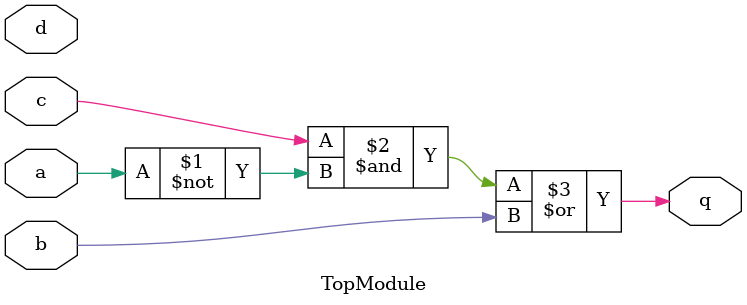
<source format=sv>
module TopModule (
    input wire a,
    input wire b,
    input wire c,
    input wire d,
    output wire q
);

    assign q = (c & ~a) | b;

endmodule
</source>
